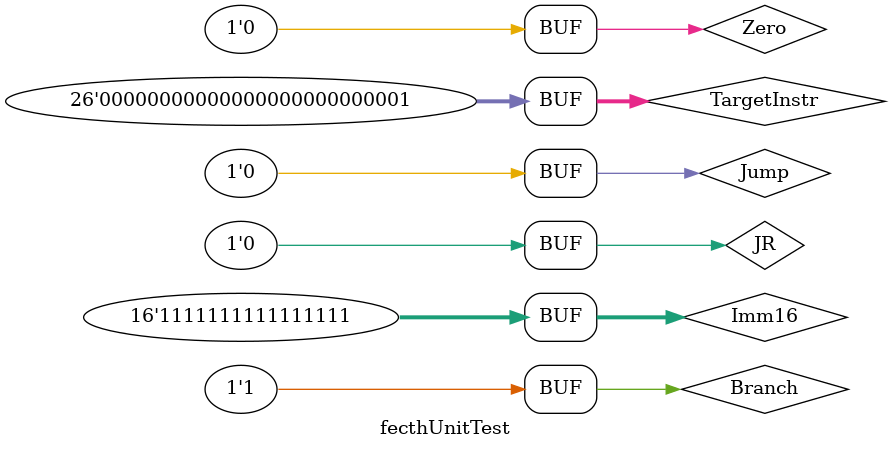
<source format=sv>
module mux30_2to1(Input0, Input1, s,Out);
	input [29:0] Input0;
	input [29:0] Input1;
	input s;
	output reg [29:0] Out;
	always @(*) begin
		case (s)
			 0 :  Out = Input0;
		    1 :  Out = Input1;
		endcase
	end
endmodule

module fetchUnit(Branch, Zero, Jump, JR, TargetInstr, Regrs, Imm16, PC, Bits, Jumpaddress, concat);

	input Branch,Zero,Jump,JR;	
	input [15:0] Imm16;
	output [29:0] PC;
	input [25:0] TargetInstr;
	output [3:0] Bits;
	// output reg [31:0] Address;
	
	output [29:0] Jumpaddress;
	 
	wire bez;
	and a1(bez, Branch, ~Zero);
	
	wire [29:0] immExtened; 
	wire [29:0] pcNew;
	input [31:0] Regrs;
	
	output reg [29:0] concat;

	// assign Address[1:0] = 2'b0;
	// initial begin
	 assign PC[29:0] = 30'b0;
	
	assign Bits = PC[29:26];
	// end
	
	
  
	mux30_2to1 mBez(.Input0(30'b0),.Input1({{14{Imm16[15]}},Imm16[15:0]}),
						 .s(bez),.Out(immExtened));
				  
	adder32 ad1(.Op1(PC),.Op2(immExtened),.Sum(pcNew));

	assign concat = {PC[29:26], TargetInstr[25:0]};
	
	mux30_2to1 mBJr(.Input0({PC[29:26], TargetInstr[25:0]}),
	                .Input1(Regrs[31:2]),.s(JR),.Out(Jumpaddress));
						 
	mux30_2to1 mJump(.Input0(pcNew),.Input1(Jumpaddress),
						  .s(Jump),.Out(PC));
	
 /* always @(*) begin
     Address[31:2] = PC[29:0];
  end */
	//assign PC[29:0] = Address[31:2];
  
endmodule 
	
	

module extend (Imm16, Extended, Ext);
	input [15:0] Imm16;
	input Ext;
	output reg [31:0] Extended;
	
	always @(*) begin
		case (Ext)
			 0 :  Extended = {{16{Imm16[15]}},Imm16[15:0]};
		    1 : Extended = {16'b0,Imm16[15:0]};
			default;
		endcase
	end

endmodule
// 30bit adder with 1 as carry In for PC 
module adder32 (Op1,Op2,Sum);
	input [29:0] Op1;
	input [29:0] Op2;
	output[29:0] Sum;	
	reg [29:0] CARRYOUT;
	adder  f1 (.a(Op1[0]),.b(Op2[0]),.cin(1'b1),.cout(CARRYOUT[0]),.s(Sum[0]));
	genvar i;
	generate 
	for(i = 1; i < 30; i++) begin : eachAdder
			wire mOut;

			adder  fA (.a(Op1[i]),.b(Op2[i]),.cin(CARRYOUT[i-1]),.cout(CARRYOUT[i]),.s(Sum[i]));
		end
	endgenerate
endmodule 

module adder(a,b,cin,cout,s);
	input a,b,cin;
	output cout,s;
	wire s1,c1,c2,c3;
	xor(s1,a,b);
	xor(s,cin,s1);
	and(c1,a,b);
	and(c2,b,cin);
	and(c3,a,cin);
	or(cout,c1,c2,c3);
endmodule 
	

/*
module extendTest;
	wire[31:0] Extended;
	reg [15:0]Imm16;
	reg Ext;
	parameter ClockDelay = 100;
	extend e1(Imm16,Extended, Ext);
	initial begin 
	Imm16 = 16'b1111111111111111;
	Ext = 1 ;#(ClockDelay);
	Ext = 0 ;#(ClockDelay);
	end
endmodule 
*/
module fecthUnitTest;
	reg Branch,Zero,Jump,JR;	
	reg [15:0] Imm16;
	reg [25:0] TargetInstr;
	//wire [31:0] Instr;
	// wire [31:0] Address;
	wire [29:0] Jumpaddress;
	wire [29:0] concat;
  wire [29:0] PC;
	wire [3:0] Bits;

	// remember value of Reg[rs] for jump
	reg [31:0] Regrs;
	fetchUnit f1(Branch, Zero, Jump, JR, TargetInstr, Regrs, Imm16, PC, Bits, Jumpaddress,concat);
	parameter ClockDelay = 1000;
	
	initial begin   
	Imm16 = 16'b1111111111111111;
	TargetInstr = 26'b1111111;
	Jump = 1; JR = 0; Branch = 0; Zero = 0; #(2*ClockDelay); 
	
	Imm16 = 16'b1111111111111111;
	TargetInstr = 26'b0;
	Jump = 1; JR = 0; Branch = 0; Zero = 0; #(2*ClockDelay);
	
	Imm16 = 16'b1111111111111111;
	TargetInstr = 26'b1;
	Jump = 0; JR = 0; Branch = 1; Zero = 0; #(2*ClockDelay);
	end
endmodule 
	
	
</source>
